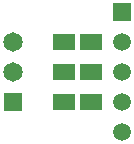
<source format=gbr>
%TF.GenerationSoftware,Altium Limited,Altium Designer,18.1.7 (191)*%
G04 Layer_Color=255*
%FSLAX25Y25*%
%MOIN*%
%TF.FileFunction,Pads,Bot*%
%TF.Part,Single*%
G01*
G75*
%TA.AperFunction,ComponentPad*%
%ADD13R,0.05906X0.05906*%
%ADD14C,0.05906*%
%ADD15C,0.06496*%
%ADD16R,0.06496X0.06496*%
%TA.AperFunction,SMDPad,CuDef*%
%ADD17R,0.07500X0.05500*%
D13*
X43500Y50000D02*
D03*
D14*
Y40000D02*
D03*
Y30000D02*
D03*
Y20000D02*
D03*
Y10000D02*
D03*
D15*
X7000Y40000D02*
D03*
Y30000D02*
D03*
D16*
Y20000D02*
D03*
D17*
X24000Y40000D02*
D03*
Y20000D02*
D03*
Y30000D02*
D03*
X33000Y20000D02*
D03*
Y30000D02*
D03*
Y40000D02*
D03*
%TF.MD5,a9057dfc8336d6faef6a9284d386f9b5*%
M02*

</source>
